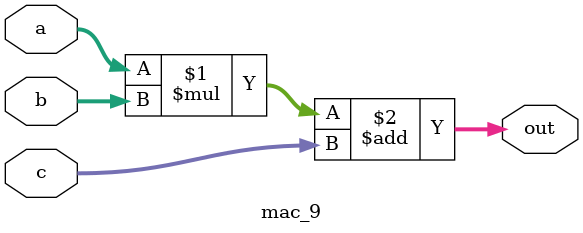
<source format=v>


module mac_9(a, b, c, out);
parameter DATA_WIDTH = 9;  /* declare a parameter. default required */
input [DATA_WIDTH - 1 : 0] a, b, c;
output [DATA_WIDTH - 1 : 0] out;

assign out = a * b + c;

endmodule










</source>
